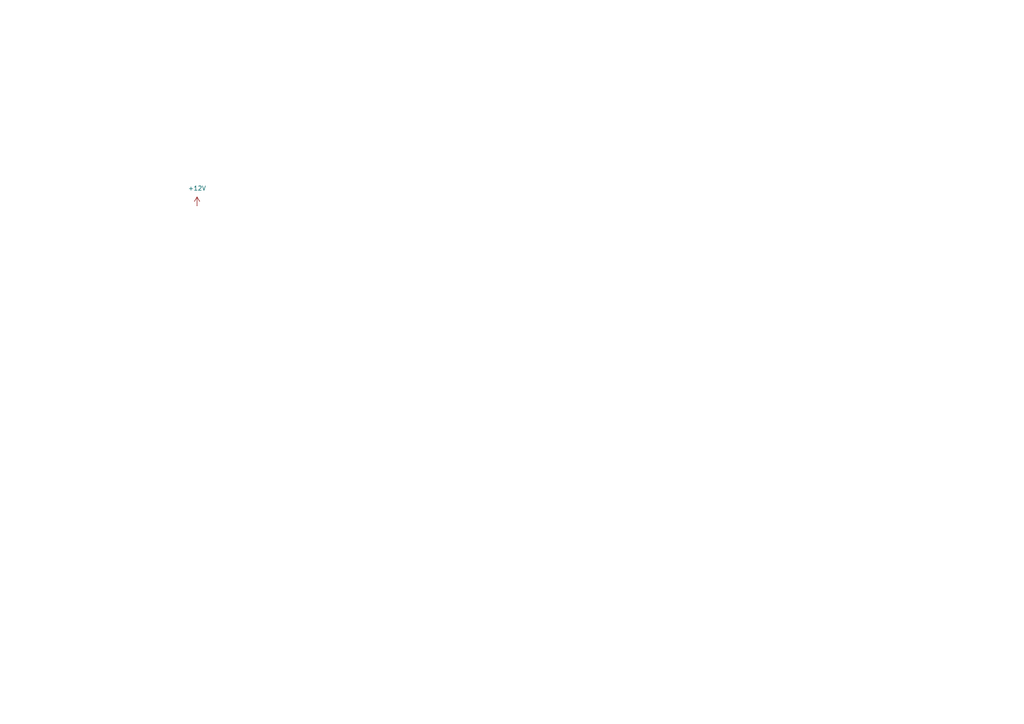
<source format=kicad_sch>
(kicad_sch (version 20250114) (generator "eeschema") (generator_version "9.0")
  (paper "A4")
  (lib_symbols
    (symbol "power:+12V" (power) (pin_numbers (hide yes)) (pin_names (offset 0) (hide yes))
      (property "Value" "+12V" (at 0 3.556 0))
      (symbol "+12V_0_1"
        (polyline (pts (xy -0.762 1.27) (xy 0 2.54)))
        (polyline (pts (xy 0 2.54) (xy 0.762 1.27)))
        (polyline (pts (xy 0 0) (xy 0 2.54)))
      )
      (symbol "+12V_1_1"
        (pin power_in line (at 0 0 90) (length 0) (name "~") (number "1"))
      )
    )
  )
  (symbol (lib_id "power:+12V") (at 57.15 59.69 0) (unit 1)
    (property "Reference" "#PWR05" (effects (hide yes)))
    (property "Value" "+12V" (at 57.15 54.61 0))
    (property "Description" "Power symbol creates a global label with name \"+12V\"" (effects (hide yes)))
  )
)
</source>
